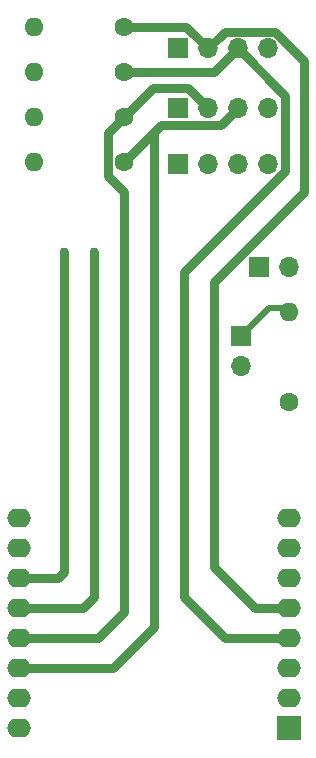
<source format=gbr>
%TF.GenerationSoftware,KiCad,Pcbnew,8.0.5*%
%TF.CreationDate,2024-12-15T10:39:53+01:00*%
%TF.ProjectId,esp8266-expansion-board,65737038-3236-4362-9d65-7870616e7369,rev?*%
%TF.SameCoordinates,Original*%
%TF.FileFunction,Copper,L1,Top*%
%TF.FilePolarity,Positive*%
%FSLAX46Y46*%
G04 Gerber Fmt 4.6, Leading zero omitted, Abs format (unit mm)*
G04 Created by KiCad (PCBNEW 8.0.5) date 2024-12-15 10:39:53*
%MOMM*%
%LPD*%
G01*
G04 APERTURE LIST*
%TA.AperFunction,ComponentPad*%
%ADD10R,1.700000X1.700000*%
%TD*%
%TA.AperFunction,ComponentPad*%
%ADD11O,1.700000X1.700000*%
%TD*%
%TA.AperFunction,ComponentPad*%
%ADD12C,1.600000*%
%TD*%
%TA.AperFunction,ComponentPad*%
%ADD13O,1.600000X1.600000*%
%TD*%
%TA.AperFunction,ComponentPad*%
%ADD14R,2.000000X2.000000*%
%TD*%
%TA.AperFunction,ComponentPad*%
%ADD15O,2.000000X1.600000*%
%TD*%
%TA.AperFunction,ViaPad*%
%ADD16C,0.750000*%
%TD*%
%TA.AperFunction,Conductor*%
%ADD17C,0.500000*%
%TD*%
%TA.AperFunction,Conductor*%
%ADD18C,0.750000*%
%TD*%
G04 APERTURE END LIST*
D10*
%TO.P,J1,1,Pin_1*%
%TO.N,/+3v3*%
X81280000Y-49530000D03*
D11*
%TO.P,J1,2,Pin_2*%
X83820000Y-49530000D03*
%TD*%
D10*
%TO.P,J9,1,Pin_1*%
%TO.N,+5V*%
X74365279Y-31007484D03*
D11*
%TO.P,J9,2,Pin_2*%
%TO.N,/GPIO12*%
X76905279Y-31007484D03*
%TO.P,J9,3,Pin_3*%
%TO.N,/GPIO14*%
X79445279Y-31007484D03*
%TO.P,J9,4,Pin_4*%
%TO.N,GND*%
X81985279Y-31007484D03*
%TD*%
D12*
%TO.P,R5,1*%
%TO.N,/GPIO5*%
X69850000Y-40640000D03*
D13*
%TO.P,R5,2*%
%TO.N,+5V*%
X62230000Y-40640000D03*
%TD*%
D12*
%TO.P,R4,1*%
%TO.N,/GPIO4*%
X69850000Y-36830000D03*
D13*
%TO.P,R4,2*%
%TO.N,+5V*%
X62230000Y-36830000D03*
%TD*%
D10*
%TO.P,J8,1,Pin_1*%
%TO.N,+5V*%
X74365279Y-36087484D03*
D11*
%TO.P,J8,2,Pin_2*%
%TO.N,/GPIO4*%
X76905279Y-36087484D03*
%TO.P,J8,3,Pin_3*%
%TO.N,/GPIO5*%
X79445279Y-36087484D03*
%TO.P,J8,4,Pin_4*%
%TO.N,GND*%
X81985279Y-36087484D03*
%TD*%
D12*
%TO.P,R14,1*%
%TO.N,/GPIO14*%
X69850000Y-33020000D03*
D13*
%TO.P,R14,2*%
%TO.N,+5V*%
X62230000Y-33020000D03*
%TD*%
D12*
%TO.P,R12,1*%
%TO.N,/GPIO12*%
X69850000Y-29210000D03*
D13*
%TO.P,R12,2*%
%TO.N,+5V*%
X62230000Y-29210000D03*
%TD*%
D10*
%TO.P,J7,1,Pin_1*%
%TO.N,Net-(J7-Pin_1)*%
X79751775Y-55367942D03*
D11*
%TO.P,J7,2,Pin_2*%
%TO.N,/ADC0*%
X79751775Y-57907942D03*
%TD*%
D10*
%TO.P,J10,1,Pin_1*%
%TO.N,+5V*%
X74416951Y-40807414D03*
D11*
%TO.P,J10,2,Pin_2*%
%TO.N,/GPIO2*%
X76956951Y-40807414D03*
%TO.P,J10,3,Pin_3*%
%TO.N,/GPIO0*%
X79496951Y-40807414D03*
%TO.P,J10,4,Pin_4*%
%TO.N,GND*%
X82036951Y-40807414D03*
%TD*%
D14*
%TO.P,U2,1,~{RST}*%
%TO.N,unconnected-(U2-~{RST}-Pad1)*%
X83820000Y-88553187D03*
D15*
%TO.P,U2,2,A0*%
%TO.N,/ADC0*%
X83820000Y-86013187D03*
%TO.P,U2,3,D0*%
%TO.N,unconnected-(U2-D0-Pad3)*%
X83820000Y-83473187D03*
%TO.P,U2,4,SCK/D5*%
%TO.N,/GPIO14*%
X83820000Y-80933187D03*
%TO.P,U2,5,MISO/D6*%
%TO.N,/GPIO12*%
X83820000Y-78393187D03*
%TO.P,U2,6,MOSI/D7*%
%TO.N,/GPIO13*%
X83820000Y-75853187D03*
%TO.P,U2,7,CS/D8*%
%TO.N,/GPIO15*%
X83820000Y-73313187D03*
%TO.P,U2,8,3V3*%
%TO.N,/+3v3*%
X83820000Y-70773187D03*
%TO.P,U2,9,5V*%
%TO.N,+5V*%
X60960000Y-70773187D03*
%TO.P,U2,10,GND*%
%TO.N,GND*%
X60960000Y-73313187D03*
%TO.P,U2,11,D4*%
%TO.N,/GPIO2*%
X60960000Y-75853187D03*
%TO.P,U2,12,D3*%
%TO.N,/GPIO0*%
X60960000Y-78393187D03*
%TO.P,U2,13,SDA/D2*%
%TO.N,/GPIO4*%
X60960000Y-80933187D03*
%TO.P,U2,14,SCL/D1*%
%TO.N,/GPIO5*%
X60960000Y-83473187D03*
%TO.P,U2,15,RX*%
%TO.N,unconnected-(U2-RX-Pad15)*%
X60960000Y-86013187D03*
%TO.P,U2,16,TX*%
%TO.N,unconnected-(U2-TX-Pad16)*%
X60960000Y-88553187D03*
%TD*%
D12*
%TO.P,RA1,1*%
%TO.N,/+3v3*%
X83820000Y-60960000D03*
D13*
%TO.P,RA1,2*%
%TO.N,Net-(J7-Pin_1)*%
X83820000Y-53340000D03*
%TD*%
D16*
%TO.N,/GPIO2*%
X64770000Y-48260000D03*
%TO.N,/GPIO0*%
X67310000Y-48260000D03*
%TD*%
D17*
%TO.N,Net-(J7-Pin_1)*%
X83820000Y-52993187D02*
X82126530Y-52993187D01*
X82126530Y-52993187D02*
X79751775Y-55367942D01*
D18*
%TO.N,/GPIO4*%
X76905279Y-36087484D02*
X75212795Y-34395000D01*
X69850000Y-78740000D02*
X67656813Y-80933187D01*
X69850000Y-43180000D02*
X69850000Y-78740000D01*
X75212795Y-34395000D02*
X72285000Y-34395000D01*
X69850000Y-36830000D02*
X68475000Y-38205000D01*
X72285000Y-34395000D02*
X69850000Y-36830000D01*
X68475000Y-38205000D02*
X68475000Y-41805000D01*
X67656813Y-80933187D02*
X60960000Y-80933187D01*
X68475000Y-41805000D02*
X69850000Y-43180000D01*
%TO.N,/GPIO5*%
X72977516Y-37512484D02*
X69850000Y-40640000D01*
X72390000Y-38100000D02*
X72977516Y-37512484D01*
X68926813Y-83473187D02*
X72390000Y-80010000D01*
X79445279Y-36087484D02*
X78020279Y-37512484D01*
X72390000Y-80010000D02*
X72390000Y-38100000D01*
X78020279Y-37512484D02*
X72977516Y-37512484D01*
X60960000Y-83473187D02*
X68926813Y-83473187D01*
%TO.N,/GPIO14*%
X79445279Y-31007484D02*
X77432763Y-33020000D01*
X83461951Y-35024156D02*
X83461951Y-41397669D01*
X83461951Y-41397669D02*
X74930000Y-49929620D01*
X78393187Y-80933187D02*
X83820000Y-80933187D01*
X74930000Y-49929620D02*
X74930000Y-77470000D01*
X79445279Y-31007484D02*
X83461951Y-35024156D01*
X74930000Y-77470000D02*
X78393187Y-80933187D01*
X77432763Y-33020000D02*
X69850000Y-33020000D01*
%TO.N,/GPIO12*%
X78330279Y-29582484D02*
X76905279Y-31007484D01*
X76905279Y-31007484D02*
X75107795Y-29210000D01*
X85090000Y-32096950D02*
X82575534Y-29582484D01*
X80933187Y-78393187D02*
X77470000Y-74930000D01*
X75107795Y-29210000D02*
X69850000Y-29210000D01*
X77470000Y-50800000D02*
X85090000Y-43180000D01*
X77470000Y-74930000D02*
X77470000Y-50800000D01*
X82575534Y-29582484D02*
X78330279Y-29582484D01*
X83820000Y-78393187D02*
X80933187Y-78393187D01*
X85090000Y-43180000D02*
X85090000Y-32096950D01*
%TO.N,/GPIO2*%
X64216626Y-75853187D02*
X60960000Y-75853187D01*
X64770000Y-48260000D02*
X64770000Y-75299813D01*
X64770000Y-75299813D02*
X64216626Y-75853187D01*
%TO.N,/GPIO0*%
X60960000Y-78393187D02*
X66386813Y-78393187D01*
X67310000Y-77470000D02*
X67310000Y-48260000D01*
X66386813Y-78393187D02*
X67310000Y-77470000D01*
%TD*%
M02*

</source>
